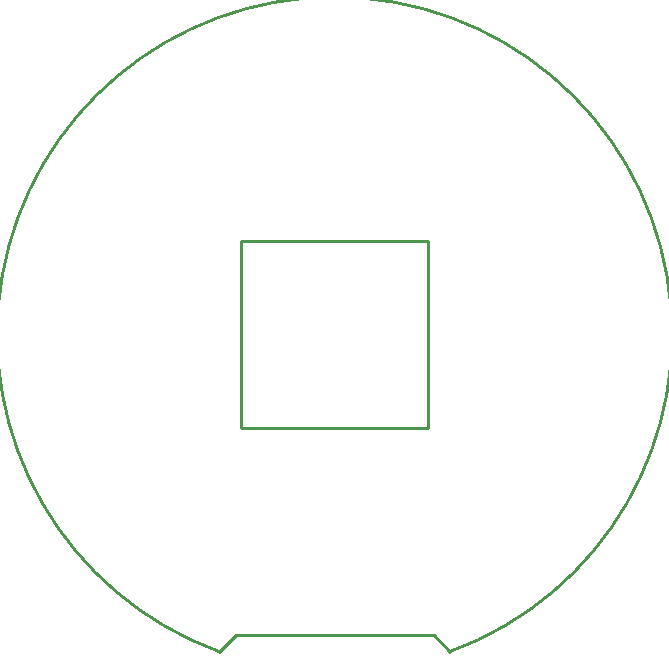
<source format=gbr>
%TF.GenerationSoftware,Altium Limited,Altium Designer,18.1.9 (240)*%
G04 Layer_Color=16711935*
%FSLAX26Y26*%
%MOIN*%
%TF.FileFunction,Other,Mechanical_1*%
%TF.Part,Single*%
G01*
G75*
%TA.AperFunction,NonConductor*%
%ADD20C,0.010000*%
D20*
X384773Y-1057154D02*
G03*
X-384773Y-1057154I-384773J1057154D01*
G01*
X-312500Y312500D02*
X312500D01*
X-312500Y-312500D02*
Y312500D01*
Y-312500D02*
X312500D01*
X312000Y312500D02*
X312500Y-312500D01*
X-330000Y-1002381D02*
X330000D01*
X384773Y-1057154D01*
X-384773D02*
X-330000Y-1002381D01*
%TF.MD5,eab2e18de13952986cbe5076abc18005*%
M02*

</source>
